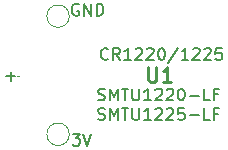
<source format=gbr>
%TF.GenerationSoftware,KiCad,Pcbnew,(5.1.6)-1*%
%TF.CreationDate,2022-09-21T11:03:18-04:00*%
%TF.ProjectId,Amiga-CR1220,416d6967-612d-4435-9231-3232302e6b69,rev?*%
%TF.SameCoordinates,Original*%
%TF.FileFunction,Legend,Top*%
%TF.FilePolarity,Positive*%
%FSLAX46Y46*%
G04 Gerber Fmt 4.6, Leading zero omitted, Abs format (unit mm)*
G04 Created by KiCad (PCBNEW (5.1.6)-1) date 2022-09-21 11:03:18*
%MOMM*%
%LPD*%
G01*
G04 APERTURE LIST*
%ADD10C,0.150000*%
%ADD11C,0.100000*%
%ADD12C,0.120000*%
%ADD13C,0.254000*%
G04 APERTURE END LIST*
D10*
X155976190Y-115607142D02*
X155928571Y-115654761D01*
X155785714Y-115702380D01*
X155690476Y-115702380D01*
X155547619Y-115654761D01*
X155452380Y-115559523D01*
X155404761Y-115464285D01*
X155357142Y-115273809D01*
X155357142Y-115130952D01*
X155404761Y-114940476D01*
X155452380Y-114845238D01*
X155547619Y-114750000D01*
X155690476Y-114702380D01*
X155785714Y-114702380D01*
X155928571Y-114750000D01*
X155976190Y-114797619D01*
X156976190Y-115702380D02*
X156642857Y-115226190D01*
X156404761Y-115702380D02*
X156404761Y-114702380D01*
X156785714Y-114702380D01*
X156880952Y-114750000D01*
X156928571Y-114797619D01*
X156976190Y-114892857D01*
X156976190Y-115035714D01*
X156928571Y-115130952D01*
X156880952Y-115178571D01*
X156785714Y-115226190D01*
X156404761Y-115226190D01*
X157928571Y-115702380D02*
X157357142Y-115702380D01*
X157642857Y-115702380D02*
X157642857Y-114702380D01*
X157547619Y-114845238D01*
X157452380Y-114940476D01*
X157357142Y-114988095D01*
X158309523Y-114797619D02*
X158357142Y-114750000D01*
X158452380Y-114702380D01*
X158690476Y-114702380D01*
X158785714Y-114750000D01*
X158833333Y-114797619D01*
X158880952Y-114892857D01*
X158880952Y-114988095D01*
X158833333Y-115130952D01*
X158261904Y-115702380D01*
X158880952Y-115702380D01*
X159261904Y-114797619D02*
X159309523Y-114750000D01*
X159404761Y-114702380D01*
X159642857Y-114702380D01*
X159738095Y-114750000D01*
X159785714Y-114797619D01*
X159833333Y-114892857D01*
X159833333Y-114988095D01*
X159785714Y-115130952D01*
X159214285Y-115702380D01*
X159833333Y-115702380D01*
X160452380Y-114702380D02*
X160547619Y-114702380D01*
X160642857Y-114750000D01*
X160690476Y-114797619D01*
X160738095Y-114892857D01*
X160785714Y-115083333D01*
X160785714Y-115321428D01*
X160738095Y-115511904D01*
X160690476Y-115607142D01*
X160642857Y-115654761D01*
X160547619Y-115702380D01*
X160452380Y-115702380D01*
X160357142Y-115654761D01*
X160309523Y-115607142D01*
X160261904Y-115511904D01*
X160214285Y-115321428D01*
X160214285Y-115083333D01*
X160261904Y-114892857D01*
X160309523Y-114797619D01*
X160357142Y-114750000D01*
X160452380Y-114702380D01*
X161928571Y-114654761D02*
X161071428Y-115940476D01*
X162785714Y-115702380D02*
X162214285Y-115702380D01*
X162500000Y-115702380D02*
X162500000Y-114702380D01*
X162404761Y-114845238D01*
X162309523Y-114940476D01*
X162214285Y-114988095D01*
X163166666Y-114797619D02*
X163214285Y-114750000D01*
X163309523Y-114702380D01*
X163547619Y-114702380D01*
X163642857Y-114750000D01*
X163690476Y-114797619D01*
X163738095Y-114892857D01*
X163738095Y-114988095D01*
X163690476Y-115130952D01*
X163119047Y-115702380D01*
X163738095Y-115702380D01*
X164119047Y-114797619D02*
X164166666Y-114750000D01*
X164261904Y-114702380D01*
X164500000Y-114702380D01*
X164595238Y-114750000D01*
X164642857Y-114797619D01*
X164690476Y-114892857D01*
X164690476Y-114988095D01*
X164642857Y-115130952D01*
X164071428Y-115702380D01*
X164690476Y-115702380D01*
X165595238Y-114702380D02*
X165119047Y-114702380D01*
X165071428Y-115178571D01*
X165119047Y-115130952D01*
X165214285Y-115083333D01*
X165452380Y-115083333D01*
X165547619Y-115130952D01*
X165595238Y-115178571D01*
X165642857Y-115273809D01*
X165642857Y-115511904D01*
X165595238Y-115607142D01*
X165547619Y-115654761D01*
X165452380Y-115702380D01*
X165214285Y-115702380D01*
X165119047Y-115654761D01*
X165071428Y-115607142D01*
X155130952Y-119079761D02*
X155273809Y-119127380D01*
X155511904Y-119127380D01*
X155607142Y-119079761D01*
X155654761Y-119032142D01*
X155702380Y-118936904D01*
X155702380Y-118841666D01*
X155654761Y-118746428D01*
X155607142Y-118698809D01*
X155511904Y-118651190D01*
X155321428Y-118603571D01*
X155226190Y-118555952D01*
X155178571Y-118508333D01*
X155130952Y-118413095D01*
X155130952Y-118317857D01*
X155178571Y-118222619D01*
X155226190Y-118175000D01*
X155321428Y-118127380D01*
X155559523Y-118127380D01*
X155702380Y-118175000D01*
X156130952Y-119127380D02*
X156130952Y-118127380D01*
X156464285Y-118841666D01*
X156797619Y-118127380D01*
X156797619Y-119127380D01*
X157130952Y-118127380D02*
X157702380Y-118127380D01*
X157416666Y-119127380D02*
X157416666Y-118127380D01*
X158035714Y-118127380D02*
X158035714Y-118936904D01*
X158083333Y-119032142D01*
X158130952Y-119079761D01*
X158226190Y-119127380D01*
X158416666Y-119127380D01*
X158511904Y-119079761D01*
X158559523Y-119032142D01*
X158607142Y-118936904D01*
X158607142Y-118127380D01*
X159607142Y-119127380D02*
X159035714Y-119127380D01*
X159321428Y-119127380D02*
X159321428Y-118127380D01*
X159226190Y-118270238D01*
X159130952Y-118365476D01*
X159035714Y-118413095D01*
X159988095Y-118222619D02*
X160035714Y-118175000D01*
X160130952Y-118127380D01*
X160369047Y-118127380D01*
X160464285Y-118175000D01*
X160511904Y-118222619D01*
X160559523Y-118317857D01*
X160559523Y-118413095D01*
X160511904Y-118555952D01*
X159940476Y-119127380D01*
X160559523Y-119127380D01*
X160940476Y-118222619D02*
X160988095Y-118175000D01*
X161083333Y-118127380D01*
X161321428Y-118127380D01*
X161416666Y-118175000D01*
X161464285Y-118222619D01*
X161511904Y-118317857D01*
X161511904Y-118413095D01*
X161464285Y-118555952D01*
X160892857Y-119127380D01*
X161511904Y-119127380D01*
X162130952Y-118127380D02*
X162226190Y-118127380D01*
X162321428Y-118175000D01*
X162369047Y-118222619D01*
X162416666Y-118317857D01*
X162464285Y-118508333D01*
X162464285Y-118746428D01*
X162416666Y-118936904D01*
X162369047Y-119032142D01*
X162321428Y-119079761D01*
X162226190Y-119127380D01*
X162130952Y-119127380D01*
X162035714Y-119079761D01*
X161988095Y-119032142D01*
X161940476Y-118936904D01*
X161892857Y-118746428D01*
X161892857Y-118508333D01*
X161940476Y-118317857D01*
X161988095Y-118222619D01*
X162035714Y-118175000D01*
X162130952Y-118127380D01*
X162892857Y-118746428D02*
X163654761Y-118746428D01*
X164607142Y-119127380D02*
X164130952Y-119127380D01*
X164130952Y-118127380D01*
X165273809Y-118603571D02*
X164940476Y-118603571D01*
X164940476Y-119127380D02*
X164940476Y-118127380D01*
X165416666Y-118127380D01*
X155130952Y-120729761D02*
X155273809Y-120777380D01*
X155511904Y-120777380D01*
X155607142Y-120729761D01*
X155654761Y-120682142D01*
X155702380Y-120586904D01*
X155702380Y-120491666D01*
X155654761Y-120396428D01*
X155607142Y-120348809D01*
X155511904Y-120301190D01*
X155321428Y-120253571D01*
X155226190Y-120205952D01*
X155178571Y-120158333D01*
X155130952Y-120063095D01*
X155130952Y-119967857D01*
X155178571Y-119872619D01*
X155226190Y-119825000D01*
X155321428Y-119777380D01*
X155559523Y-119777380D01*
X155702380Y-119825000D01*
X156130952Y-120777380D02*
X156130952Y-119777380D01*
X156464285Y-120491666D01*
X156797619Y-119777380D01*
X156797619Y-120777380D01*
X157130952Y-119777380D02*
X157702380Y-119777380D01*
X157416666Y-120777380D02*
X157416666Y-119777380D01*
X158035714Y-119777380D02*
X158035714Y-120586904D01*
X158083333Y-120682142D01*
X158130952Y-120729761D01*
X158226190Y-120777380D01*
X158416666Y-120777380D01*
X158511904Y-120729761D01*
X158559523Y-120682142D01*
X158607142Y-120586904D01*
X158607142Y-119777380D01*
X159607142Y-120777380D02*
X159035714Y-120777380D01*
X159321428Y-120777380D02*
X159321428Y-119777380D01*
X159226190Y-119920238D01*
X159130952Y-120015476D01*
X159035714Y-120063095D01*
X159988095Y-119872619D02*
X160035714Y-119825000D01*
X160130952Y-119777380D01*
X160369047Y-119777380D01*
X160464285Y-119825000D01*
X160511904Y-119872619D01*
X160559523Y-119967857D01*
X160559523Y-120063095D01*
X160511904Y-120205952D01*
X159940476Y-120777380D01*
X160559523Y-120777380D01*
X160940476Y-119872619D02*
X160988095Y-119825000D01*
X161083333Y-119777380D01*
X161321428Y-119777380D01*
X161416666Y-119825000D01*
X161464285Y-119872619D01*
X161511904Y-119967857D01*
X161511904Y-120063095D01*
X161464285Y-120205952D01*
X160892857Y-120777380D01*
X161511904Y-120777380D01*
X162416666Y-119777380D02*
X161940476Y-119777380D01*
X161892857Y-120253571D01*
X161940476Y-120205952D01*
X162035714Y-120158333D01*
X162273809Y-120158333D01*
X162369047Y-120205952D01*
X162416666Y-120253571D01*
X162464285Y-120348809D01*
X162464285Y-120586904D01*
X162416666Y-120682142D01*
X162369047Y-120729761D01*
X162273809Y-120777380D01*
X162035714Y-120777380D01*
X161940476Y-120729761D01*
X161892857Y-120682142D01*
X162892857Y-120396428D02*
X163654761Y-120396428D01*
X164607142Y-120777380D02*
X164130952Y-120777380D01*
X164130952Y-119777380D01*
X165273809Y-120253571D02*
X164940476Y-120253571D01*
X164940476Y-120777380D02*
X164940476Y-119777380D01*
X165416666Y-119777380D01*
X147369047Y-117071428D02*
X148130952Y-117071428D01*
X147750000Y-117452380D02*
X147750000Y-116690476D01*
D11*
%TO.C,U1*%
X148300000Y-117100000D02*
X148300000Y-117100000D01*
X148400000Y-117100000D02*
X148400000Y-117100000D01*
X148300000Y-117100000D02*
G75*
G03*
X148400000Y-117100000I50000J0D01*
G01*
X148400000Y-117100000D02*
G75*
G03*
X148300000Y-117100000I-50000J0D01*
G01*
D12*
%TO.C,3V*%
X152700000Y-122000000D02*
G75*
G03*
X152700000Y-122000000I-950000J0D01*
G01*
%TO.C,GND*%
X152700000Y-112000000D02*
G75*
G03*
X152700000Y-112000000I-950000J0D01*
G01*
%TO.C,U1*%
D13*
X159357380Y-116304523D02*
X159357380Y-117332619D01*
X159417857Y-117453571D01*
X159478333Y-117514047D01*
X159599285Y-117574523D01*
X159841190Y-117574523D01*
X159962142Y-117514047D01*
X160022619Y-117453571D01*
X160083095Y-117332619D01*
X160083095Y-116304523D01*
X161353095Y-117574523D02*
X160627380Y-117574523D01*
X160990238Y-117574523D02*
X160990238Y-116304523D01*
X160869285Y-116485952D01*
X160748333Y-116606904D01*
X160627380Y-116667380D01*
%TO.C,3V*%
D10*
X152988095Y-121952380D02*
X153607142Y-121952380D01*
X153273809Y-122333333D01*
X153416666Y-122333333D01*
X153511904Y-122380952D01*
X153559523Y-122428571D01*
X153607142Y-122523809D01*
X153607142Y-122761904D01*
X153559523Y-122857142D01*
X153511904Y-122904761D01*
X153416666Y-122952380D01*
X153130952Y-122952380D01*
X153035714Y-122904761D01*
X152988095Y-122857142D01*
X153892857Y-121952380D02*
X154226190Y-122952380D01*
X154559523Y-121952380D01*
%TO.C,GND*%
X153488095Y-111000000D02*
X153392857Y-110952380D01*
X153250000Y-110952380D01*
X153107142Y-111000000D01*
X153011904Y-111095238D01*
X152964285Y-111190476D01*
X152916666Y-111380952D01*
X152916666Y-111523809D01*
X152964285Y-111714285D01*
X153011904Y-111809523D01*
X153107142Y-111904761D01*
X153250000Y-111952380D01*
X153345238Y-111952380D01*
X153488095Y-111904761D01*
X153535714Y-111857142D01*
X153535714Y-111523809D01*
X153345238Y-111523809D01*
X153964285Y-111952380D02*
X153964285Y-110952380D01*
X154535714Y-111952380D01*
X154535714Y-110952380D01*
X155011904Y-111952380D02*
X155011904Y-110952380D01*
X155250000Y-110952380D01*
X155392857Y-111000000D01*
X155488095Y-111095238D01*
X155535714Y-111190476D01*
X155583333Y-111380952D01*
X155583333Y-111523809D01*
X155535714Y-111714285D01*
X155488095Y-111809523D01*
X155392857Y-111904761D01*
X155250000Y-111952380D01*
X155011904Y-111952380D01*
%TD*%
M02*

</source>
